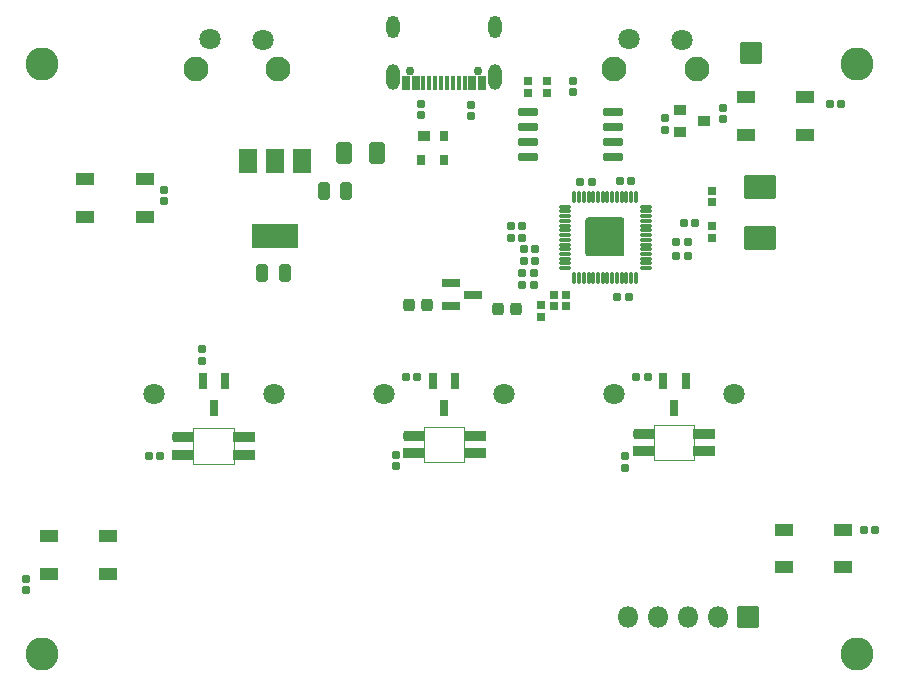
<source format=gbr>
G04 #@! TF.GenerationSoftware,KiCad,Pcbnew,(7.0.0-0)*
G04 #@! TF.CreationDate,2023-03-01T20:47:15-06:00*
G04 #@! TF.ProjectId,RP2040_minimal,52503230-3430-45f6-9d69-6e696d616c2e,REV1*
G04 #@! TF.SameCoordinates,Original*
G04 #@! TF.FileFunction,Soldermask,Bot*
G04 #@! TF.FilePolarity,Negative*
%FSLAX46Y46*%
G04 Gerber Fmt 4.6, Leading zero omitted, Abs format (unit mm)*
G04 Created by KiCad (PCBNEW (7.0.0-0)) date 2023-03-01 20:47:15*
%MOMM*%
%LPD*%
G01*
G04 APERTURE LIST*
G04 Aperture macros list*
%AMRoundRect*
0 Rectangle with rounded corners*
0 $1 Rounding radius*
0 $2 $3 $4 $5 $6 $7 $8 $9 X,Y pos of 4 corners*
0 Add a 4 corners polygon primitive as box body*
4,1,4,$2,$3,$4,$5,$6,$7,$8,$9,$2,$3,0*
0 Add four circle primitives for the rounded corners*
1,1,$1+$1,$2,$3*
1,1,$1+$1,$4,$5*
1,1,$1+$1,$6,$7*
1,1,$1+$1,$8,$9*
0 Add four rect primitives between the rounded corners*
20,1,$1+$1,$2,$3,$4,$5,0*
20,1,$1+$1,$4,$5,$6,$7,0*
20,1,$1+$1,$6,$7,$8,$9,0*
20,1,$1+$1,$8,$9,$2,$3,0*%
G04 Aperture macros list end*
G04 #@! TA.AperFunction,Profile*
%ADD10C,0.120000*%
G04 #@! TD*
%ADD11RoundRect,0.051000X0.850000X0.410000X-0.850000X0.410000X-0.850000X-0.410000X0.850000X-0.410000X0*%
%ADD12RoundRect,0.256000X0.645000X0.205000X-0.645000X0.205000X-0.645000X-0.205000X0.645000X-0.205000X0*%
%ADD13C,1.802000*%
%ADD14C,2.102000*%
%ADD15C,2.802000*%
%ADD16RoundRect,0.051000X-0.850000X-0.850000X0.850000X-0.850000X0.850000X0.850000X-0.850000X0.850000X0*%
%ADD17RoundRect,0.051000X-0.850000X0.850000X-0.850000X-0.850000X0.850000X-0.850000X0.850000X0.850000X0*%
%ADD18O,1.802000X1.802000*%
%ADD19RoundRect,0.294750X0.243750X0.456250X-0.243750X0.456250X-0.243750X-0.456250X0.243750X-0.456250X0*%
%ADD20RoundRect,0.198500X0.147500X0.172500X-0.147500X0.172500X-0.147500X-0.172500X0.147500X-0.172500X0*%
%ADD21RoundRect,0.198500X-0.147500X-0.172500X0.147500X-0.172500X0.147500X0.172500X-0.147500X0.172500X0*%
%ADD22RoundRect,0.051000X-0.750000X1.000000X-0.750000X-1.000000X0.750000X-1.000000X0.750000X1.000000X0*%
%ADD23RoundRect,0.051000X-1.900000X1.000000X-1.900000X-1.000000X1.900000X-1.000000X1.900000X1.000000X0*%
%ADD24RoundRect,0.201000X0.650000X0.150000X-0.650000X0.150000X-0.650000X-0.150000X0.650000X-0.150000X0*%
%ADD25RoundRect,0.198500X-0.172500X0.147500X-0.172500X-0.147500X0.172500X-0.147500X0.172500X0.147500X0*%
%ADD26RoundRect,0.294750X-0.243750X-0.456250X0.243750X-0.456250X0.243750X0.456250X-0.243750X0.456250X0*%
%ADD27RoundRect,0.198500X0.172500X-0.147500X0.172500X0.147500X-0.172500X0.147500X-0.172500X-0.147500X0*%
%ADD28RoundRect,0.101000X-0.050000X0.387500X-0.050000X-0.387500X0.050000X-0.387500X0.050000X0.387500X0*%
%ADD29RoundRect,0.101000X-0.387500X0.050000X-0.387500X-0.050000X0.387500X-0.050000X0.387500X0.050000X0*%
%ADD30RoundRect,0.195000X-1.456000X1.456000X-1.456000X-1.456000X1.456000X-1.456000X1.456000X1.456000X0*%
%ADD31RoundRect,0.051000X-1.300000X0.950000X-1.300000X-0.950000X1.300000X-0.950000X1.300000X0.950000X0*%
%ADD32RoundRect,0.191000X-0.170000X0.140000X-0.170000X-0.140000X0.170000X-0.140000X0.170000X0.140000X0*%
%ADD33RoundRect,0.191000X0.140000X0.170000X-0.140000X0.170000X-0.140000X-0.170000X0.140000X-0.170000X0*%
%ADD34RoundRect,0.051000X0.750570X-0.449580X0.750570X0.449580X-0.750570X0.449580X-0.750570X-0.449580X0*%
%ADD35RoundRect,0.276000X-0.225000X-0.250000X0.225000X-0.250000X0.225000X0.250000X-0.225000X0.250000X0*%
%ADD36RoundRect,0.201000X-0.150000X0.512500X-0.150000X-0.512500X0.150000X-0.512500X0.150000X0.512500X0*%
%ADD37RoundRect,0.051000X-0.450000X-0.400000X0.450000X-0.400000X0.450000X0.400000X-0.450000X0.400000X0*%
%ADD38C,0.752000*%
%ADD39RoundRect,0.051000X-0.300000X-0.575000X0.300000X-0.575000X0.300000X0.575000X-0.300000X0.575000X0*%
%ADD40RoundRect,0.051000X-0.150000X-0.575000X0.150000X-0.575000X0.150000X0.575000X-0.150000X0.575000X0*%
%ADD41O,1.102000X1.902000*%
%ADD42O,1.102000X2.202000*%
%ADD43RoundRect,0.050000X-0.500000X-0.350000X0.500000X-0.350000X0.500000X0.350000X-0.500000X0.350000X0*%
%ADD44RoundRect,0.050000X-0.300000X-0.350000X0.300000X-0.350000X0.300000X0.350000X-0.300000X0.350000X0*%
%ADD45RoundRect,0.201000X-0.587500X-0.150000X0.587500X-0.150000X0.587500X0.150000X-0.587500X0.150000X0*%
%ADD46RoundRect,0.191000X-0.140000X-0.170000X0.140000X-0.170000X0.140000X0.170000X-0.140000X0.170000X0*%
%ADD47RoundRect,0.191000X0.170000X-0.140000X0.170000X0.140000X-0.170000X0.140000X-0.170000X-0.140000X0*%
%ADD48RoundRect,0.051000X-0.750570X0.449580X-0.750570X-0.449580X0.750570X-0.449580X0.750570X0.449580X0*%
%ADD49RoundRect,0.301000X0.375000X0.625000X-0.375000X0.625000X-0.375000X-0.625000X0.375000X-0.625000X0*%
G04 APERTURE END LIST*
D10*
X101730000Y-135745000D02*
X101730000Y-132745000D01*
X101730000Y-132745000D02*
X98330000Y-132745000D01*
X98330000Y-135745000D02*
X101730000Y-135745000D01*
X98330000Y-132745000D02*
X98330000Y-135745000D01*
X121180000Y-135580000D02*
X121180000Y-132580000D01*
X121180000Y-132580000D02*
X117780000Y-132580000D01*
X117780000Y-135580000D02*
X121180000Y-135580000D01*
X117780000Y-132580000D02*
X117780000Y-135580000D01*
X78780000Y-132875000D02*
X78780000Y-135875000D01*
X78780000Y-135875000D02*
X82180000Y-135875000D01*
X82180000Y-132875000D02*
X78780000Y-132875000D01*
X82180000Y-135875000D02*
X82180000Y-132875000D01*
D11*
X102580000Y-134995000D03*
X102580000Y-133495000D03*
D12*
X97480000Y-133495000D03*
D11*
X97480000Y-134995000D03*
D13*
X94920000Y-130000000D03*
X105080000Y-130000000D03*
X75420000Y-130000000D03*
X85580000Y-130000000D03*
X84708000Y-99990000D03*
X80218000Y-99940000D03*
D14*
X85968000Y-102480000D03*
X78958000Y-102480000D03*
D13*
X114420000Y-130000000D03*
X124580000Y-130000000D03*
D15*
X66000000Y-102000000D03*
X66000000Y-152000000D03*
D16*
X125984000Y-101092000D03*
D13*
X120138000Y-99990000D03*
X115648000Y-99940000D03*
D14*
X121398000Y-102480000D03*
X114388000Y-102480000D03*
D15*
X135000000Y-102000000D03*
D17*
X125700000Y-148869000D03*
D18*
X123159999Y-148868999D03*
X120619999Y-148868999D03*
X118079999Y-148868999D03*
X115539999Y-148868999D03*
D15*
X135000000Y-152000000D03*
D19*
X86497500Y-119740000D03*
X84622500Y-119740000D03*
D20*
X107597500Y-120730000D03*
X106627500Y-120730000D03*
X107597500Y-119730000D03*
X106627500Y-119730000D03*
D21*
X114667500Y-121777500D03*
X115637500Y-121777500D03*
D22*
X83390000Y-110280000D03*
X85690000Y-110280000D03*
D23*
X85690000Y-116580000D03*
D22*
X87990000Y-110280000D03*
D24*
X114307500Y-106092500D03*
X114307500Y-107362500D03*
X114307500Y-108632500D03*
X114307500Y-109902500D03*
X107107500Y-109902500D03*
X107107500Y-108632500D03*
X107107500Y-107362500D03*
X107107500Y-106092500D03*
D25*
X122662500Y-115762500D03*
X122662500Y-116732500D03*
D20*
X106597500Y-116730000D03*
X105627500Y-116730000D03*
D21*
X111545000Y-112010000D03*
X112515000Y-112010000D03*
X119662500Y-117143500D03*
X120632500Y-117143500D03*
X106741624Y-117715000D03*
X107711624Y-117715000D03*
X119662500Y-118262500D03*
X120632500Y-118262500D03*
D26*
X89862500Y-112820000D03*
X91737500Y-112820000D03*
D21*
X114895000Y-111980000D03*
X115865000Y-111980000D03*
D27*
X108690000Y-104455000D03*
X108690000Y-103485000D03*
D28*
X111037500Y-113290000D03*
X111437500Y-113290000D03*
X111837500Y-113290000D03*
X112237500Y-113290000D03*
X112637500Y-113290000D03*
X113037500Y-113290000D03*
X113437500Y-113290000D03*
X113837500Y-113290000D03*
X114237500Y-113290000D03*
X114637500Y-113290000D03*
X115037500Y-113290000D03*
X115437500Y-113290000D03*
X115837500Y-113290000D03*
X116237500Y-113290000D03*
D29*
X117075000Y-114127500D03*
X117075000Y-114527500D03*
X117075000Y-114927500D03*
X117075000Y-115327500D03*
X117075000Y-115727500D03*
X117075000Y-116127500D03*
X117075000Y-116527500D03*
X117075000Y-116927500D03*
X117075000Y-117327500D03*
X117075000Y-117727500D03*
X117075000Y-118127500D03*
X117075000Y-118527500D03*
X117075000Y-118927500D03*
X117075000Y-119327500D03*
D28*
X116237500Y-120165000D03*
X115837500Y-120165000D03*
X115437500Y-120165000D03*
X115037500Y-120165000D03*
X114637500Y-120165000D03*
X114237500Y-120165000D03*
X113837500Y-120165000D03*
X113437500Y-120165000D03*
X113037500Y-120165000D03*
X112637500Y-120165000D03*
X112237500Y-120165000D03*
X111837500Y-120165000D03*
X111437500Y-120165000D03*
X111037500Y-120165000D03*
D29*
X110200000Y-119327500D03*
X110200000Y-118927500D03*
X110200000Y-118527500D03*
X110200000Y-118127500D03*
X110200000Y-117727500D03*
X110200000Y-117327500D03*
X110200000Y-116927500D03*
X110200000Y-116527500D03*
X110200000Y-116127500D03*
X110200000Y-115727500D03*
X110200000Y-115327500D03*
X110200000Y-114927500D03*
X110200000Y-114527500D03*
X110200000Y-114127500D03*
D30*
X113637500Y-116727500D03*
D27*
X122662500Y-113762500D03*
X122662500Y-112792500D03*
D21*
X106741624Y-118715000D03*
X107711624Y-118715000D03*
D20*
X106597500Y-115730000D03*
X105627500Y-115730000D03*
D27*
X107080000Y-104455000D03*
X107080000Y-103485000D03*
D21*
X120292500Y-115462500D03*
X121262500Y-115462500D03*
D31*
X126778500Y-112453500D03*
X126778500Y-116753500D03*
D32*
X79480000Y-126190000D03*
X79480000Y-127150000D03*
X64580000Y-145640000D03*
X64580000Y-146600000D03*
D11*
X122030000Y-134830000D03*
X122030000Y-133330000D03*
D12*
X116930000Y-133330000D03*
D11*
X116930000Y-134830000D03*
D33*
X75010000Y-135250000D03*
X75970000Y-135250000D03*
D34*
X130589360Y-104829800D03*
X130589360Y-108030200D03*
X125590640Y-108030200D03*
X125590640Y-104829800D03*
X133739360Y-141459800D03*
X133739360Y-144660200D03*
X128740640Y-144660200D03*
X128740640Y-141459800D03*
D35*
X104565000Y-122770000D03*
X106115000Y-122770000D03*
D36*
X118550000Y-128862500D03*
X120450000Y-128862500D03*
X119500000Y-131137500D03*
D37*
X120010000Y-107830000D03*
X120010000Y-105930000D03*
X122010000Y-106880000D03*
D38*
X97110000Y-102605000D03*
X102890000Y-102605000D03*
D39*
X96800000Y-103680000D03*
X97600000Y-103680000D03*
D40*
X98750000Y-103680000D03*
X99750000Y-103680000D03*
X100250000Y-103680000D03*
X101250000Y-103680000D03*
D39*
X102400000Y-103680000D03*
X103200000Y-103680000D03*
X103200000Y-103680000D03*
X102400000Y-103680000D03*
D40*
X101750000Y-103680000D03*
X100750000Y-103680000D03*
X99250000Y-103680000D03*
X98250000Y-103680000D03*
D39*
X97600000Y-103680000D03*
X96800000Y-103680000D03*
D41*
X95679999Y-98924999D03*
D42*
X95679999Y-103104999D03*
D41*
X104319999Y-98924999D03*
D42*
X104319999Y-103104999D03*
D35*
X97035000Y-122430000D03*
X98585000Y-122430000D03*
D34*
X74639360Y-111769800D03*
X74639360Y-114970200D03*
X69640640Y-114970200D03*
X69640640Y-111769800D03*
D43*
X98285000Y-108140000D03*
D44*
X99985000Y-108140000D03*
X99985000Y-110140000D03*
X98085000Y-110140000D03*
D36*
X99050000Y-128862500D03*
X100950000Y-128862500D03*
X100000000Y-131137500D03*
D45*
X100562500Y-122514000D03*
X100562500Y-120614000D03*
X102437500Y-121564000D03*
D32*
X98080000Y-105430000D03*
X98080000Y-106390000D03*
X123640000Y-105760000D03*
X123640000Y-106720000D03*
D25*
X108210000Y-122485000D03*
X108210000Y-123455000D03*
D36*
X79550000Y-128862500D03*
X81450000Y-128862500D03*
X80500000Y-131137500D03*
D25*
X110360000Y-121575000D03*
X110360000Y-122545000D03*
X109300000Y-121585000D03*
X109300000Y-122555000D03*
D46*
X132644000Y-105410000D03*
X133604000Y-105410000D03*
D32*
X115320000Y-135250000D03*
X115320000Y-136210000D03*
D46*
X135560000Y-141470000D03*
X136520000Y-141470000D03*
D32*
X76280000Y-112710000D03*
X76280000Y-113670000D03*
D46*
X96760000Y-128580000D03*
X97720000Y-128580000D03*
D32*
X102270000Y-105470000D03*
X102270000Y-106430000D03*
D46*
X116280000Y-128580000D03*
X117240000Y-128580000D03*
D32*
X95940000Y-135150000D03*
X95940000Y-136110000D03*
D11*
X77930000Y-135125000D03*
D12*
X77930000Y-133625000D03*
D11*
X83030000Y-133625000D03*
X83030000Y-135125000D03*
D47*
X118710000Y-107610000D03*
X118710000Y-106650000D03*
D48*
X66530640Y-145190200D03*
X66530640Y-141989800D03*
X71529360Y-141989800D03*
X71529360Y-145190200D03*
D32*
X110900000Y-103460000D03*
X110900000Y-104420000D03*
D49*
X94360000Y-109550000D03*
X91560000Y-109550000D03*
M02*

</source>
